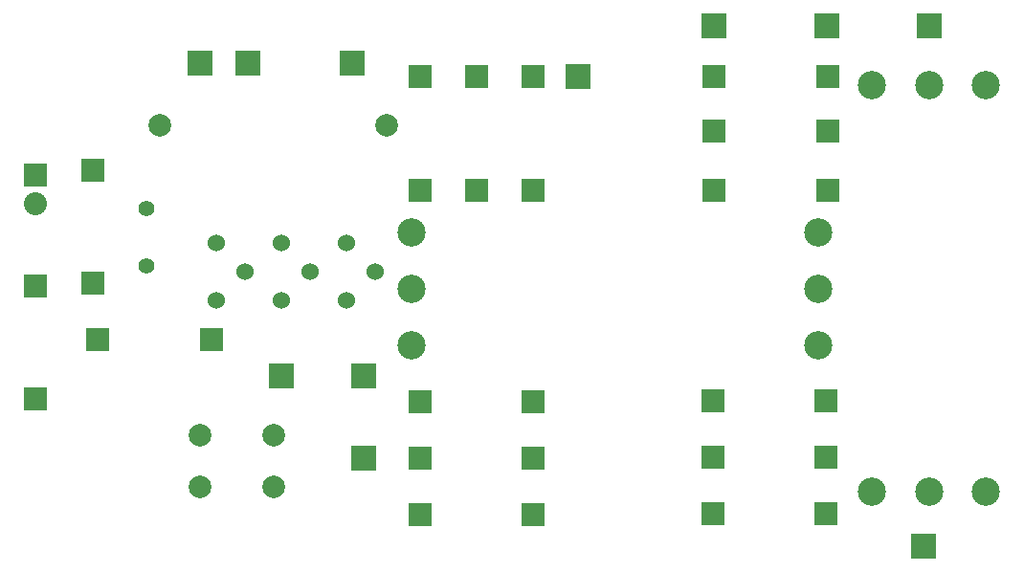
<source format=gbl>
G04 #@! TF.FileFunction,Copper,L2,Bot,Signal*
%FSLAX46Y46*%
G04 Gerber Fmt 4.6, Leading zero omitted, Abs format (unit mm)*
G04 Created by KiCad (PCBNEW 4.0.5+dfsg1-4) date Sun May  6 19:35:37 2018*
%MOMM*%
%LPD*%
G01*
G04 APERTURE LIST*
%ADD10C,0.100000*%
%ADD11R,2.235200X2.235200*%
%ADD12R,2.032000X2.032000*%
%ADD13O,2.032000X2.032000*%
%ADD14C,1.422400*%
%ADD15C,1.998980*%
%ADD16R,1.998980X1.998980*%
%ADD17C,2.000000*%
%ADD18C,1.524000*%
%ADD19C,2.500000*%
G04 APERTURE END LIST*
D10*
D11*
X124500000Y-77250000D03*
D12*
X54500000Y-90460000D03*
D13*
X54500000Y-93000000D03*
D14*
X64250000Y-98500000D03*
X64250000Y-93420000D03*
D15*
X65500040Y-86000000D03*
X85500000Y-86000000D03*
D16*
X54500000Y-100248740D03*
X54500000Y-110251260D03*
X70002520Y-105000000D03*
X60000000Y-105000000D03*
X88500000Y-81750000D03*
X88500000Y-91752520D03*
X93500000Y-81750000D03*
X93500000Y-91752520D03*
X98500000Y-81750000D03*
X98500000Y-91752520D03*
X88500000Y-120500000D03*
X98502520Y-120500000D03*
X88500000Y-115500000D03*
X98502520Y-115500000D03*
X88500000Y-110500000D03*
X98502520Y-110500000D03*
X124391145Y-120427361D03*
X114388625Y-120427361D03*
X124391145Y-115427361D03*
X114388625Y-115427361D03*
X124391145Y-110427361D03*
X114388625Y-110427361D03*
X124523127Y-91750000D03*
X114520607Y-91750000D03*
X124523127Y-86575832D03*
X114520607Y-86575832D03*
X124523127Y-81750000D03*
X114520607Y-81750000D03*
D17*
X69000000Y-118000000D03*
X69000000Y-113500000D03*
X75500000Y-118000000D03*
X75500000Y-113500000D03*
D18*
X84540000Y-98960000D03*
X82000000Y-101500000D03*
X82000000Y-96420000D03*
D16*
X59500000Y-100001260D03*
X59500000Y-89998740D03*
D18*
X78750000Y-99000000D03*
X76210000Y-101540000D03*
X76210000Y-96460000D03*
X73000000Y-99000000D03*
X70460000Y-101540000D03*
X70460000Y-96460000D03*
D11*
X102500000Y-81750000D03*
X83500000Y-108250000D03*
X83500000Y-115500000D03*
X133000000Y-123250000D03*
X133500000Y-77250000D03*
X76250000Y-108250000D03*
X69000000Y-80500000D03*
X73250000Y-80500000D03*
X82500000Y-80500000D03*
X114500000Y-77250000D03*
D19*
X87750000Y-100500000D03*
X123750000Y-100500000D03*
X87750000Y-105500000D03*
X123750000Y-95500000D03*
X87750000Y-95500000D03*
X123750000Y-105500000D03*
X133500000Y-118500000D03*
X133500000Y-82500000D03*
X138500000Y-118500000D03*
X128500000Y-82500000D03*
X128500000Y-118500000D03*
X138500000Y-82500000D03*
M02*

</source>
